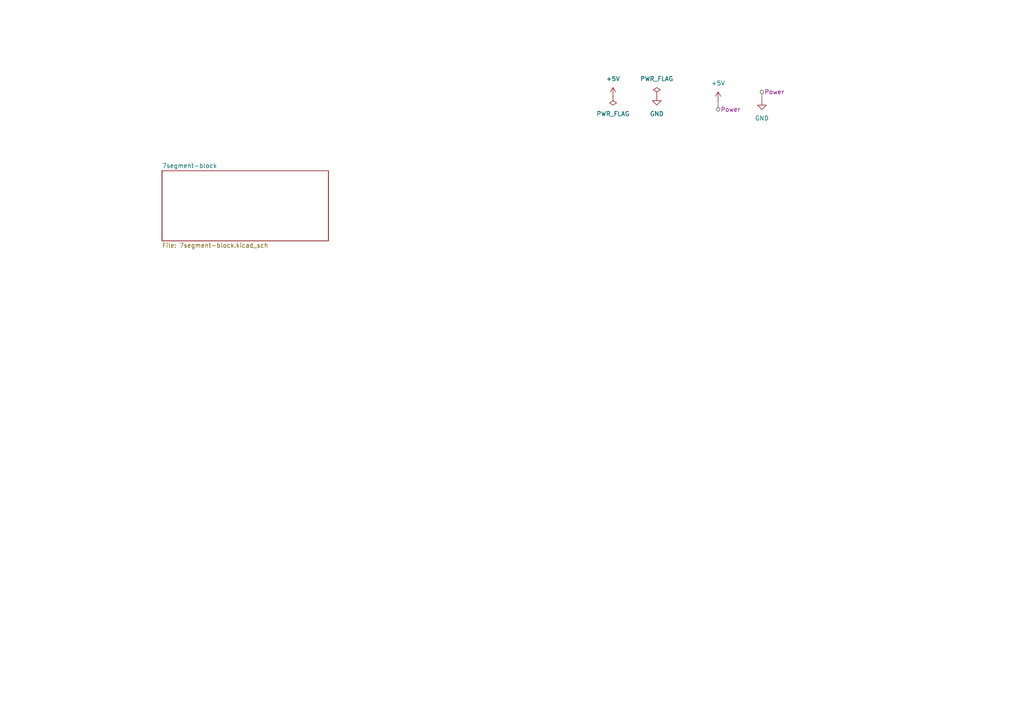
<source format=kicad_sch>
(kicad_sch (version 20250114) (generator "eeschema") (generator_version "9.0")
  (paper "A4")
  (lib_symbols
    (symbol "power:+5V" (power) (pin_numbers (hide yes)) (pin_names (offset 0) (hide yes))
      (property "Value" "+5V" (at 0 3.556 0))
      (symbol "+5V_0_1"
        (polyline (pts (xy -0.762 1.27) (xy 0 2.54)))
        (polyline (pts (xy 0 2.54) (xy 0.762 1.27)))
        (polyline (pts (xy 0 0) (xy 0 2.54)))
      )
      (symbol "+5V_1_1"
        (pin power_in line (at 0 0 90) (length 0) (name "~") (number "1"))
      )
    )
    (symbol "power:GND" (power) (pin_numbers (hide yes)) (pin_names (offset 0) (hide yes))
      (property "Value" "GND" (at 0 -3.81 0))
      (symbol "GND_0_1"
        (polyline (pts (xy 0 0) (xy 0 -1.27) (xy 1.27 -1.27) (xy 0 -2.54) (xy -1.27 -1.27) (xy 0 -1.27)))
      )
      (symbol "GND_1_1"
        (pin power_in line (at 0 0 270) (length 0) (name "~") (number "1"))
      )
    )
    (symbol "power:PWR_FLAG" (power) (pin_numbers (hide yes)) (pin_names (offset 0) (hide yes))
      (property "Value" "PWR_FLAG" (at 0 3.81 0))
      (symbol "PWR_FLAG_0_0"
        (pin power_out line (at 0 0 90) (length 0) (name "~") (number "1"))
      )
      (symbol "PWR_FLAG_0_1"
        (polyline (pts (xy 0 0) (xy 0 1.27) (xy -1.016 1.905) (xy 0 2.54) (xy 1.016 1.905) (xy 0 1.27)))
      )
    )
  )
  (netclass_flag "" (length 2.54) (shape round) (at 208.28 29.21 180) (property "Netclass" "Power" (at 208.9785 31.75 0) (effects (justify left))))
  (netclass_flag "" (length 2.54) (shape round) (at 220.98 29.21 0) (property "Netclass" "Power" (at 221.6785 26.67 0) (effects (justify left))))
  (symbol (lib_id "power:GND") (at 190.5 27.94 0) (unit 1)
    (property "Reference" "#PWR06" (effects (hide yes)))
    (property "Value" "GND" (at 190.5 33.02 0))
    (property "Description" "Power symbol creates a global label with name \"GND\" , ground" (effects (hide yes)))
  )
  (symbol (lib_id "power:+5V") (at 177.8 27.94 0) (unit 1)
    (property "Reference" "#PWR05" (effects (hide yes)))
    (property "Value" "+5V" (at 177.8 22.86 0))
    (property "Description" "Power symbol creates a global label with name \"+5V\"" (effects (hide yes)))
  )
  (symbol (lib_id "power:PWR_FLAG") (at 190.5 27.94 0) (unit 1)
    (property "Reference" "#FLG02" (effects (hide yes)))
    (property "Value" "PWR_FLAG" (at 190.5 22.86 0))
    (property "Description" "Special symbol for telling ERC where power comes from" (effects (hide yes)))
  )
  (symbol (lib_id "power:PWR_FLAG") (at 177.8 27.94 180) (unit 1)
    (property "Reference" "#FLG01" (effects (hide yes)))
    (property "Value" "PWR_FLAG" (at 177.8 33.02 0))
    (property "Description" "Special symbol for telling ERC where power comes from" (effects (hide yes)))
  )
  (symbol (lib_id "power:GND") (at 220.98 29.21 0) (unit 1)
    (property "Reference" "#PWR08" (effects (hide yes)))
    (property "Value" "GND" (at 220.98 34.29 0))
    (property "Description" "Power symbol creates a global label with name \"GND\" , ground" (effects (hide yes)))
  )
  (symbol (lib_id "power:+5V") (at 208.28 29.21 0) (unit 1)
    (property "Reference" "#PWR07" (effects (hide yes)))
    (property "Value" "+5V" (at 208.28 24.13 0))
    (property "Description" "Power symbol creates a global label with name \"+5V\"" (effects (hide yes)))
  )
  (sheet (at 46.99 49.53) (size 48.26 20.32) (stroke (width 0.1524))
    (property "Sheetname" "7segment-block" (at 46.99 48.8184 0) (effects (justify left bottom)))
    (property "Sheetfile" "7segment-block.kicad_sch" (at 46.99 70.4346 0) (effects (justify left top)))
  )
)
</source>
